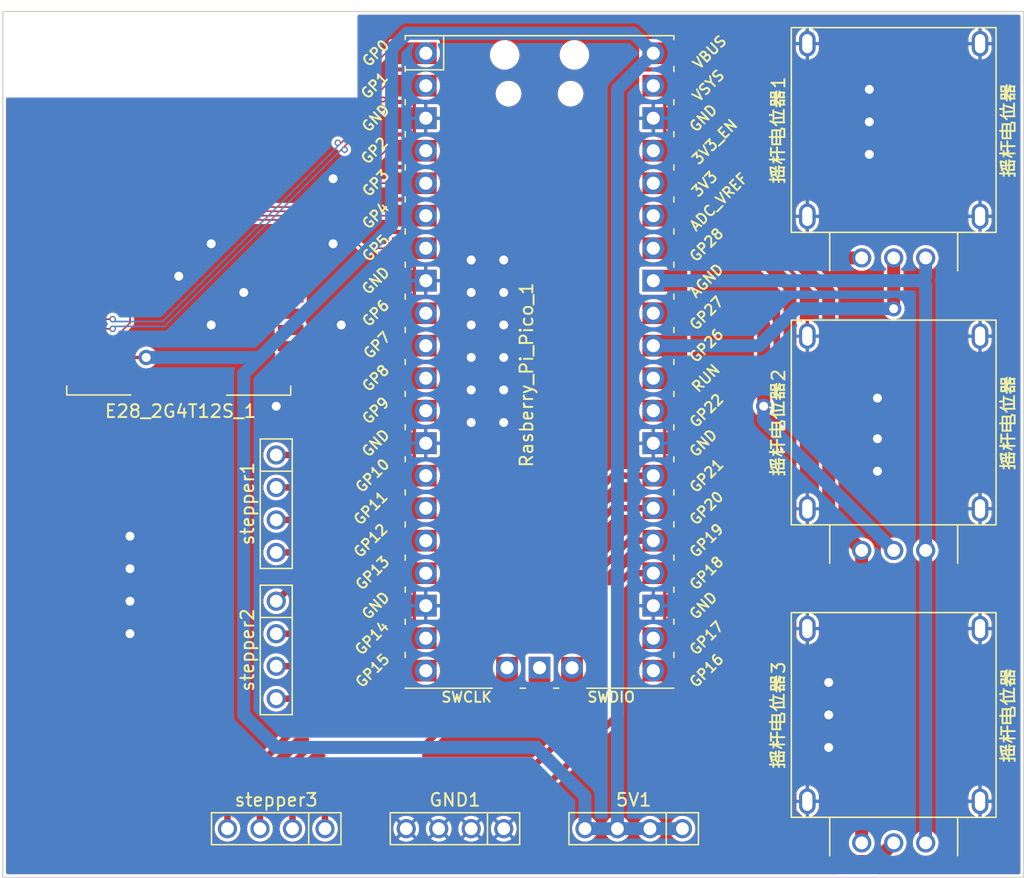
<source format=kicad_pcb>
(kicad_pcb (version 20211014) (generator pcbnew)
  (layers (0 "F.Cu" signal) (31 "B.Cu" signal) (34 "B.Paste" user) (35 "F.Paste" user) (36 "B.SilkS" user "B.Silkscreen") (37 "F.SilkS" user "F.Silkscreen") (38 "B.Mask" user) (39 "F.Mask" user) (44 "Edge.Cuts" user))
  (net 0 "")
  (net 1 "+5V")
  (net 2 "GND")
  (net 4 "/M0")
  (net 5 "/M1")
  (net 6 "/M2")
  (net 7 "/UART+")
  (net 8 "/UART-")
  (net 9 "/AUX")
  (net 18 "/s1_1")
  (net 19 "/s1_2")
  (net 20 "/s1_3")
  (net 21 "/s1_4")
  (net 22 "/s2_1")
  (net 23 "/s2_2")
  (net 24 "/s2_3")
  (net 25 "/s2_4")
  (net 30 "/s3_1")
  (net 31 "/s3_2")
  (net 32 "/s3_3")
  (net 33 "/s3_4")
  (net 36 "/ADC1")
  (net 37 "/ADC2")
  (net 38 "/AGND")
  (net 39 "/ADC3")
  (net 40 "/ADC_VREF")
  (footprint "E28:E28_2G4T12S" (layer "F.Cu") (at 92.85 85.48 90)
    (fp_text reference "E28_2G4T12S_1" (at -13.97 8.89) (layer "F.SilkS"))
    (fp_text value "E28_2G4T12S")
    (fp_line (start -12.7 5) (end -12.7 0) (layer "F.SilkS") (width 0.12))
    (fp_line (start -12.68 17.5) (end -12 17.5) (layer "F.SilkS") (width 0.12))
    (fp_line (start -12.714438 17.5) (end -12.714438 12.5) (layer "F.SilkS") (width 0.12))
    (fp_line (start -12.68 0) (end -12 0) (layer "F.SilkS") (width 0.12))
    (pad "1" smd rect (at 0 0 90) (size 0.8 2) (layers "F.Cu" "F.Paste" "F.Mask") (net 2 "GND"))
    (pad "2" smd rect (at -1.27 0 90) (size 0.8 2) (layers "F.Cu" "F.Paste" "F.Mask"))
    (pad "3" smd rect (at -2.54 0 90) (size 0.8 2) (layers "F.Cu" "F.Paste" "F.Mask") (net 4 "/M0"))
    (pad "4" smd rect (at -3.81 0 90) (size 0.8 2) (layers "F.Cu" "F.Paste" "F.Mask") (net 5 "/M1"))
    (pad "5" smd rect (at -5.08 0 90) (size 0.8 2) (layers "F.Cu" "F.Paste" "F.Mask") (net 6 "/M2"))
    (pad "6" smd rect (at -6.35 0 90) (size 0.8 2) (layers "F.Cu" "F.Paste" "F.Mask") (net 7 "/UART+"))
    (pad "7" smd rect (at -7.62 0 90) (size 0.8 2) (layers "F.Cu" "F.Paste" "F.Mask") (net 8 "/UART-"))
    (pad "8" smd rect (at -8.89 0 90) (size 0.8 2) (layers "F.Cu" "F.Paste" "F.Mask") (net 9 "/AUX"))
    (pad "9" smd rect (at -10.16 0 90) (size 0.8 2) (layers "F.Cu" "F.Paste" "F.Mask") (net 1 "+5V"))
    (pad "10" smd rect (at -11.43 0 90) (size 0.8 2) (layers "F.Cu" "F.Paste" "F.Mask") (net 2 "GND"))
    (pad "11" smd rect (at -11.43 17.5 90) (size 0.8 2) (layers "F.Cu" "F.Paste" "F.Mask") (net 2 "GND"))
    (pad "12" smd rect (at -10.16 17.5 90) (size 0.8 2) (layers "F.Cu" "F.Paste" "F.Mask"))
    (pad "13" smd rect (at -8.89 17.5 90) (size 0.8 2) (layers "F.Cu" "F.Paste" "F.Mask"))
    (pad "14" smd rect (at -7.62 17.5 90) (size 0.8 2) (layers "F.Cu" "F.Paste" "F.Mask"))
    (pad "15" smd rect (at -6.35 17.5 90) (size 0.8 2) (layers "F.Cu" "F.Paste" "F.Mask"))
    (pad "16" smd rect (at -5.08 17.5 90) (size 0.8 2) (layers "F.Cu" "F.Paste" "F.Mask"))
    (pad "17" smd rect (at -3.81 17.5 90) (size 0.8 2) (layers "F.Cu" "F.Paste" "F.Mask"))
    (pad "18" smd rect (at -2.54 17.5 90) (size 0.8 2) (layers "F.Cu" "F.Paste" "F.Mask"))
    (pad "19" smd rect (at -1.27 17.5 90) (size 0.8 2) (layers "F.Cu" "F.Paste" "F.Mask"))
    (pad "20" smd rect (at 0 17.5 90) (size 0.8 2) (layers "F.Cu" "F.Paste" "F.Mask") (net 2 "GND"))
  )
  (footprint "跳线:SIP-4" (layer "F.Cu") (at 137.16 132.08 180)
    (fp_text reference "5V1" (at 0 2.25) (layer "F.SilkS"))
    (fp_text value "jump_pin4")
    (fp_line (start -2.54 -1.25) (end -2.54 1.25) (layer "F.SilkS") (width 0.12))
    (fp_line (start -5.06 -1.25) (end 5.06 -1.25) (layer "F.SilkS") (width 0.12))
    (fp_line (start 5.06 1.25) (end -5.06 1.25) (layer "F.SilkS") (width 0.12))
    (fp_line (start 5.06 -1.25) (end 5.06 1.25) (layer "F.SilkS") (width 0.12))
    (fp_line (start -5.06 1.25) (end -5.06 -1.25) (layer "F.SilkS") (width 0.12))
    (pad "1" thru_hole circle (at -3.81 0 180) (size 1.5 1.5) (drill 1) (layers *.Cu *.Mask) (net 1 "+5V"))
    (pad "2" thru_hole circle (at -1.27 0 180) (size 1.5 1.5) (drill 1) (layers *.Cu *.Mask) (net 1 "+5V"))
    (pad "3" thru_hole circle (at 1.27 0 180) (size 1.5 1.5) (drill 1) (layers *.Cu *.Mask) (net 1 "+5V"))
    (pad "4" thru_hole circle (at 3.81 0 180) (size 1.5 1.5) (drill 1) (layers *.Cu *.Mask) (net 1 "+5V"))
  )
  (footprint "跳线:SIP-4" (layer "F.Cu") (at 109.22 118.11 -90)
    (fp_text reference "stepper2" (at 0 2.25 90) (layer "F.SilkS"))
    (fp_text value "jump_pin4")
    (fp_line (start -2.54 -1.25) (end -2.54 1.25) (layer "F.SilkS") (width 0.12))
    (fp_line (start 5.06 -1.25) (end 5.06 1.25) (layer "F.SilkS") (width 0.12))
    (fp_line (start 5.06 1.25) (end -5.06 1.25) (layer "F.SilkS") (width 0.12))
    (fp_line (start -5.06 1.25) (end -5.06 -1.25) (layer "F.SilkS") (width 0.12))
    (fp_line (start -5.06 -1.25) (end 5.06 -1.25) (layer "F.SilkS") (width 0.12))
    (pad "1" thru_hole circle (at -3.81 0 270) (size 1.5 1.5) (drill 1) (layers *.Cu *.Mask) (net 22 "/s2_1"))
    (pad "2" thru_hole circle (at -1.27 0 270) (size 1.5 1.5) (drill 1) (layers *.Cu *.Mask) (net 23 "/s2_2"))
    (pad "3" thru_hole circle (at 1.27 0 270) (size 1.5 1.5) (drill 1) (layers *.Cu *.Mask) (net 24 "/s2_3"))
    (pad "4" thru_hole circle (at 3.81 0 270) (size 1.5 1.5) (drill 1) (layers *.Cu *.Mask) (net 25 "/s2_4"))
  )
  (footprint "PICO:RPi_Pico_SMD_TH" (layer "F.Cu") (at 129.8 95.6)
    (fp_text reference "Rasberry_Pi_Pico_1" (at -1.016 1.016 90) (layer "F.SilkS"))
    (fp_text value "Pico")
    (fp_text user "3V3_EN" (at 13.7 -17.2 45) (layer "F.SilkS") (effects (font (size 0.8 0.8))))
    (fp_text user "GP3" (at -12.8 -13.97 45) (layer "F.SilkS") (effects (font (size 0.8 0.8))))
    (fp_text user "GP13" (at -13.054 16.51 45) (layer "F.SilkS") (effects (font (size 0.8 0.8))))
    (fp_text user "GP12" (at -13.2 13.97 45) (layer "F.SilkS") (effects (font (size 0.8 0.8))))
    (fp_text user "ADC_VREF" (at 14 -12.5 45) (layer "F.SilkS") (effects (font (size 0.8 0.8))))
    (fp_text user "GND" (at -12.8 19.05 45) (layer "F.SilkS") (effects (font (size 0.8 0.8))))
    (fp_text user "GP18" (at 13.054 16.51 45) (layer "F.SilkS") (effects (font (size 0.8 0.8))))
    (fp_text user "GND" (at 12.8 6.35 45) (layer "F.SilkS") (effects (font (size 0.8 0.8))))
    (fp_text user "SWDIO" (at 5.6 26.2) (layer "F.SilkS") (effects (font (size 0.8 0.8))))
    (fp_text user "SWCLK" (at -5.7 26.2) (layer "F.SilkS") (effects (font (size 0.8 0.8))))
    (fp_text user "GP8" (at -12.8 1.27 45) (layer "F.SilkS") (effects (font (size 0.8 0.8))))
    (fp_text user "GND" (at 12.8 19.05 45) (layer "F.SilkS") (effects (font (size 0.8 0.8))))
    (fp_text user "GND" (at -12.8 -19.05 45) (layer "F.SilkS") (effects (font (size 0.8 0.8))))
    (fp_text user "GND" (at -12.8 6.35 45) (layer "F.SilkS") (effects (font (size 0.8 0.8))))
    (fp_text user "GP21" (at 13.054 8.9 45) (layer "F.SilkS") (effects (font (size 0.8 0.8))))
    (fp_text user "GP27" (at 13.054 -3.8 45) (layer "F.SilkS") (effects (font (size 0.8 0.8))))
    (fp_text user "GP17" (at 13.054 21.59 45) (layer "F.SilkS") (effects (font (size 0.8 0.8))))
    (fp_text user "GP0" (at -12.8 -24.13 45) (layer "F.SilkS") (effects (font (size 0.8 0.8))))
    (fp_text user "GP15" (at -13.054 24.13 45) (layer "F.SilkS") (effects (font (size 0.8 0.8))))
    (fp_text user "GND" (at -12.8 -6.35 45) (layer "F.SilkS") (effects (font (size 0.8 0.8))))
    (fp_text user "GP22" (at 13.054 3.81 45) (layer "F.SilkS") (effects (font (size 0.8 0.8))))
    (fp_text user "AGND" (at 13.054 -6.35 45) (layer "F.SilkS") (effects (font (size 0.8 0.8))))
    (fp_text user "VSYS" (at 13.2 -21.59 45) (layer "F.SilkS") (effects (font (size 0.8 0.8))))
    (fp_text user "GND" (at 12.8 -19.05 45) (layer "F.SilkS") (effects (font (size 0.8 0.8))))
    (fp_text user "GP7" (at -12.7 -1.3 45) (layer "F.SilkS") (effects (font (size 0.8 0.8))))
    (fp_text user "GP2" (at -12.9 -16.51 45) (layer "F.SilkS") (effects (font (size 0.8 0.8))))
    (fp_text user "GP19" (at 13.054 13.97 45) (layer "F.SilkS") (effects (font (size 0.8 0.8))))
    (fp_text user "3V3" (at 12.9 -13.9 45) (layer "F.SilkS") (effects (font (size 0.8 0.8))))
    (fp_text user "GP1" (at -12.9 -21.6 45) (layer "F.SilkS") (effects (font (size 0.8 0.8))))
    (fp_text user "GP10" (at -13.054 8.89 45) (layer "F.SilkS") (effects (font (size 0.8 0.8))))
    (fp_text user "GP4" (at -12.8 -11.43 45) (layer "F.SilkS") (effects (font (size 0.8 0.8))))
    (fp_text user "GP9" (at -12.8 3.81 45) (layer "F.SilkS") (effects (font (size 0.8 0.8))))
    (fp_text user "GP26" (at 13.054 -1.27 45) (layer "F.SilkS") (effects (font (size 0.8 0.8))))
    (fp_text user "RUN" (at 13 1.27 45) (layer "F.SilkS") (effects (font (size 0.8 0.8))))
    (fp_text user "GP14" (at -13.1 21.59 45) (layer "F.SilkS") (effects (font (size 0.8 0.8))))
    (fp_text user "VBUS" (at 13.3 -24.2 45) (layer "F.SilkS") (effects (font (size 0.8 0.8))))
    (fp_text user "GP16" (at 13.054 24.13 45) (layer "F.SilkS") (effects (font (size 0.8 0.8))))
    (fp_text user "GP5" (at -12.8 -8.89 45) (layer "F.SilkS") (effects (font (size 0.8 0.8))))
    (fp_text user "GP11" (at -13.2 11.43 45) (layer "F.SilkS") (effects (font (size 0.8 0.8))))
    (fp_text user "GP28" (at 13.054 -9.144 45) (layer "F.SilkS") (effects (font (size 0.8 0.8))))
    (fp_text user "GP6" (at -12.8 -3.81 45) (layer "F.SilkS") (effects (font (size 0.8 0.8))))
    (fp_text user "GP20" (at 13.054 11.43 45) (layer "F.SilkS") (effects (font (size 0.8 0.8))))
    (fp_line (start 10.5 -25.5) (end 10.5 -25.2) (layer "F.SilkS") (width 0.12))
    (fp_line (start -7.493 -22.833) (end -7.493 -25.5) (layer "F.SilkS") (width 0.12))
    (fp_line (start 10.5 -15.4) (end 10.5 -15) (layer "F.SilkS") (width 0.12))
    (fp_line (start 10.5 22.7) (end 10.5 23.1) (layer "F.SilkS") (width 0.12))
    (fp_line (start 10.5 17.6) (end 10.5 18) (layer "F.SilkS") (width 0.12))
    (fp_line (start 10.5 12.5) (end 10.5 12.9) (layer "F.SilkS") (width 0.12))
    (fp_line (start 10.5 -2.7) (end 10.5 -2.3) (layer "F.SilkS") (width 0.12))
    (fp_line (start -10.5 7.4) (end -10.5 7.8) (layer "F.SilkS") (width 0.12))
    (fp_line (start 10.5 -20.5) (end 10.5 -20.1) (layer "F.SilkS") (width 0.12))
    (fp_line (start -10.5 4.9) (end -10.5 5.3) (layer "F.SilkS") (width 0.12))
    (fp_line (start -10.5 2.3) (end -10.5 2.7) (layer "F.SilkS") (width 0.12))
    (fp_line (start 10.5 -7.8) (end 10.5 -7.4) (layer "F.SilkS") (width 0.12))
    (fp_line (start -10.5 12.5) (end -10.5 12.9) (layer "F.SilkS") (width 0.12))
    (fp_line (start -10.5 10) (end -10.5 10.4) (layer "F.SilkS") (width 0.12))
    (fp_line (start -10.5 15.1) (end -10.5 15.5) (layer "F.SilkS") (width 0.12))
    (fp_line (start -10.5 -2.7) (end -10.5 -2.3) (layer "F.SilkS") (width 0.12))
    (fp_line (start -10.5 -20.5) (end -10.5 -20.1) (layer "F.SilkS") (width 0.12))
    (fp_line (start -10.5 -12.9) (end -10.5 -12.5) (layer "F.SilkS") (width 0.12))
    (fp_line (start -10.5 -23.1) (end -10.5 -22.7) (layer "F.SilkS") (width 0.12))
    (fp_line (start -10.5 -25.5) (end -10.5 -25.2) (layer "F.SilkS") (width 0.12))
    (fp_line (start 10.5 -10.4) (end 10.5 -10) (layer "F.SilkS") (width 0.12))
    (fp_line (start -3.7 25.5) (end -10.5 25.5) (layer "F.SilkS") (width 0.12))
    (fp_line (start -10.5 -5.3) (end -10.5 -4.9) (layer "F.SilkS") (width 0.12))
    (fp_line (start 10.5 -18) (end 10.5 -17.6) (layer "F.SilkS") (width 0.12))
    (fp_line (start -10.5 -10.4) (end -10.5 -10) (layer "F.SilkS") (width 0.12))
    (fp_line (start 10.5 -0.2) (end 10.5 0.2) (layer "F.SilkS") (width 0.12))
    (fp_line (start 10.5 4.9) (end 10.5 5.3) (layer "F.SilkS") (width 0.12))
    (fp_line (start -10.5 -0.2) (end -10.5 0.2) (layer "F.SilkS") (width 0.12))
    (fp_line (start 10.5 15.1) (end 10.5 15.5) (layer "F.SilkS") (width 0.12))
    (fp_line (start 1.1 25.5) (end 1.5 25.5) (layer "F.SilkS") (width 0.12))
    (fp_line (start -10.5 20.1) (end -10.5 20.5) (layer "F.SilkS") (width 0.12))
    (fp_line (start 10.5 -23.1) (end 10.5 -22.7) (layer "F.SilkS") (width 0.12))
    (fp_line (start 10.5 -5.3) (end 10.5 -4.9) (layer "F.SilkS") (width 0.12))
    (fp_line (start -10.5 -25.5) (end 10.5 -25.5) (layer "F.SilkS") (width 0.12))
    (fp_line (start -10.5 22.7) (end -10.5 23.1) (layer "F.SilkS") (width 0.12))
    (fp_line (start -1.5 25.5) (end -1.1 25.5) (layer "F.SilkS") (width 0.12))
    (fp_line (start -10.5 -7.8) (end -10.5 -7.4) (layer "F.SilkS") (width 0.12))
    (fp_line (start 10.5 7.4) (end 10.5 7.8) (layer "F.SilkS") (width 0.12))
    (fp_line (start 10.5 -12.9) (end 10.5 -12.5) (layer "F.SilkS") (width 0.12))
    (fp_line (start -10.5 -15.4) (end -10.5 -15) (layer "F.SilkS") (width 0.12))
    (fp_line (start -10.5 -22.833) (end -7.493 -22.833) (layer "F.SilkS") (width 0.12))
    (fp_line (start 10.5 2.3) (end 10.5 2.7) (layer "F.SilkS") (width 0.12))
    (fp_line (start -10.5 -18) (end -10.5 -17.6) (layer "F.SilkS") (width 0.12))
    (fp_line (start 10.5 20.1) (end 10.5 20.5) (layer "F.SilkS") (width 0.12))
    (fp_line (start 10.5 25.5) (end 3.7 25.5) (layer "F.SilkS") (width 0.12))
    (fp_line (start -10.5 17.6) (end -10.5 18) (layer "F.SilkS") (width 0.12))
    (fp_line (start 10.5 10) (end 10.5 10.4) (layer "F.SilkS") (width 0.12))
    (pad "" np_thru_hole oval (at -2.425 -20.97) (size 1.5 1.5) (drill 1.5) (layers *.Cu *.Mask))
    (pad "" np_thru_hole oval (at -2.725 -24) (size 1.8 1.8) (drill 1.8) (layers *.Cu *.Mask))
    (pad "" np_thru_hole oval (at 2.725 -24) (size 1.8 1.8) (drill 1.8) (layers *.Cu *.Mask))
    (pad "" np_thru_hole oval (at 2.425 -20.97) (size 1.5 1.5) (drill 1.5) (layers *.Cu *.Mask))
    (pad "1" thru_hole oval (at -8.89 -24.13) (size 1.7 1.7) (drill 1.02) (layers *.Cu *.Mask) (net 7 "/UART+"))
    (pad "1" smd rect (at -8.89 -24.13) (size 3.5 1.7) (drill (offset -0.9 0)) (layers "F.Cu" "F.Mask") (net 7 "/UART+"))
    (pad "2" thru_hole oval (at -8.89 -21.59) (size 1.7 1.7) (drill 1.02) (layers *.Cu *.Mask) (net 8 "/UART-"))
    (pad "2" smd rect (at -8.89 -21.59) (size 3.5 1.7) (drill (offset -0.9 0)) (layers "F.Cu" "F.Mask") (net 8 "/UART-"))
    (pad "3" smd rect (at -8.89 -19.05) (size 3.5 1.7) (drill (offset -0.9 0)) (layers "F.Cu" "F.Mask") (net 2 "GND"))
    (pad "3" thru_hole rect (at -8.89 -19.05) (size 1.7 1.7) (drill 1.02) (layers *.Cu *.Mask) (net 2 "GND"))
    (pad "4" thru_hole oval (at -8.89 -16.51) (size 1.7 1.7) (drill 1.02) (layers *.Cu *.Mask) (net 4 "/M0"))
    (pad "4" smd rect (at -8.89 -16.51) (size 3.5 1.7) (drill (offset -0.9 0)) (layers "F.Cu" "F.Mask") (net 4 "/M0"))
    (pad "5" smd rect (at -8.89 -13.97) (size 3.5 1.7) (drill (offset -0.9 0)) (layers "F.Cu" "F.Mask") (net 5 "/M1"))
    (pad "5" thru_hole oval (at -8.89 -13.97) (size 1.7 1.7) (drill 1.02) (layers *.Cu *.Mask) (net 5 "/M1"))
    (pad "6" thru_hole oval (at -8.89 -11.43) (size 1.7 1.7) (drill 1.02) (layers *.Cu *.Mask) (net 6 "/M2"))
    (pad "6" smd rect (at -8.89 -11.43) (size 3.5 1.7) (drill (offset -0.9 0)) (layers "F.Cu" "F.Mask") (net 6 "/M2"))
    (pad "7" smd rect (at -8.89 -8.89) (size 3.5 1.7) (drill (offset -0.9 0)) (layers "F.Cu" "F.Mask") (net 9 "/AUX"))
    (pad "7" thru_hole oval (at -8.89 -8.89) (size 1.7 1.7) (drill 1.02) (layers *.Cu *.Mask) (net 9 "/AUX"))
    (pad "8" thru_hole rect (at -8.89 -6.35) (size 1.7 1.7) (drill 1.02) (layers *.Cu *.Mask) (net 2 "GND"))
    (pad "8" smd rect (at -8.89 -6.35) (size 3.5 1.7) (drill (offset -0.9 0)) (layers "F.Cu" "F.Mask") (net 2 "GND"))
    (pad "9" thru_hole oval (at -8.89 -3.81) (size 1.7 1.7) (drill 1.02) (layers *.Cu *.Mask) (net 18 "/s1_1"))
    (pad "9" smd rect (at -8.89 -3.81) (size 3.5 1.7) (drill (offset -0.9 0)) (layers "F.Cu" "F.Mask") (net 18 "/s1_1"))
    (pad "10" smd rect (at -8.89 -1.27) (size 3.5 1.7) (drill (offset -0.9 0)) (layers "F.Cu" "F.Mask") (net 19 "/s1_2"))
    (pad "10" thru_hole oval (at -8.89 -1.27) (size 1.7 1.7) (drill 1.02) (layers *.Cu *.Mask) (net 19 "/s1_2"))
    (pad "11" thru_hole oval (at -8.89 1.27) (size 1.7 1.7) (drill 1.02) (layers *.Cu *.Mask) (net 20 "/s1_3"))
    (pad "11" smd rect (at -8.89 1.27) (size 3.5 1.7) (drill (offset -0.9 0)) (layers "F.Cu" "F.Mask") (net 20 "/s1_3"))
    (pad "12" thru_hole oval (at -8.89 3.81) (size 1.7 1.7) (drill 1.02) (layers *.Cu *.Mask) (net 21 "/s1_4"))
    (pad "12" smd rect (at -8.89 3.81) (size 3.5 1.7) (drill (offset -0.9 0)) (layers "F.Cu" "F.Mask") (net 21 "/s1_4"))
    (pad "13" smd rect (at -8.89 6.35) (size 3.5 1.7) (drill (offset -0.9 0)) (layers "F.Cu" "F.Mask") (net 2 "GND"))
    (pad "13" thru_hole rect (at -8.89 6.35) (size 1.7 1.7) (drill 1.02) (layers *.Cu *.Mask) (net 2 "GND"))
    (pad "14" thru_hole oval (at -8.89 8.89) (size 1.7 1.7) (drill 1.02) (layers *.Cu *.Mask) (net 22 "/s2_1"))
    (pad "14" smd rect (at -8.89 8.89) (size 3.5 1.7) (drill (offset -0.9 0)) (layers "F.Cu" "F.Mask") (net 22 "/s2_1"))
    (pad "15" thru_hole oval (at -8.89 11.43) (size 1.7 1.7) (drill 1.02) (layers *.Cu *.Mask) (net 23 "/s2_2"))
    (pad "15" smd rect (at -8.89 11.43) (size 3.5 1.7) (drill (offset -0.9 0)) (layers "F.Cu" "F.Mask") (net 23 "/s2_2"))
    (pad "16" smd rect (at -8.89 13.97) (size 3.5 1.7) (drill (offset -0.9 0)) (layers "F.Cu" "F.Mask") (net 24 "/s2_3"))
    (pad "16" thru_hole oval (at -8.89 13.97) (size 1.7 1.7) (drill 1.02) (layers *.Cu *.Mask) (net 24 "/s2_3"))
    (pad "17" smd rect (at -8.89 16.51) (size 3.5 1.7) (drill (offset -0.9 0)) (layers "F.Cu" "F.Mask") (net 25 "/s2_4"))
    (pad "17" thru_hole oval (at -8.89 16.51) (size 1.7 1.7) (drill 1.02) (layers *.Cu *.Mask) (net 25 "/s2_4"))
    (pad "18" smd rect (at -8.89 19.05) (size 3.5 1.7) (drill (offset -0.9 0)) (layers "F.Cu" "F.Mask") (net 2 "GND"))
    (pad "18" thru_hole rect (at -8.89 19.05) (size 1.7 1.7) (drill 1.02) (layers *.Cu *.Mask) (net 2 "GND"))
    (pad "19" smd rect (at -8.89 21.59) (size 3.5 1.7) (drill (offset -0.9 0)) (layers "F.Cu" "F.Mask"))
    (pad "19" thru_hole oval (at -8.89 21.59) (size 1.7 1.7) (drill 1.02) (layers *.Cu *.Mask))
    (pad "20" smd rect (at -8.89 24.13) (size 3.5 1.7) (drill (offset -0.9 0)) (layers "F.Cu" "F.Mask"))
    (pad "20" thru_hole oval (at -8.89 24.13) (size 1.7 1.7) (drill 1.02) (layers *.Cu *.Mask))
    (pad "21" smd rect (at 8.89 24.13) (size 3.5 1.7) (drill (offset 0.9 0)) (layers "F.Cu" "F.Mask"))
    (pad "21" thru_hole oval (at 8.89 24.13) (size 1.7 1.7) (drill 1.02) (layers *.Cu *.Mask))
    (pad "22" smd rect (at 8.89 21.59) (size 3.5 1.7) (drill (offset 0.9 0)) (layers "F.Cu" "F.Mask"))
    (pad "22" thru_hole oval (at 8.89 21.59) (size 1.7 1.7) (drill 1.02) (layers *.Cu *.Mask))
    (pad "23" smd rect (at 8.89 19.05) (size 3.5 1.7) (drill (offset 0.9 0)) (layers "F.Cu" "F.Mask") (net 2 "GND"))
    (pad "23" thru_hole rect (at 8.89 19.05) (size 1.7 1.7) (drill 1.02) (layers *.Cu *.Mask) (net 2 "GND"))
    (pad "24" smd rect (at 8.89 16.51) (size 3.5 1.7) (drill (offset 0.9 0)) (layers "F.Cu" "F.Mask") (net 30 "/s3_1"))
    (pad "24" thru_hole oval (at 8.89 16.51) (size 1.7 1.7) (drill 1.02) (layers *.Cu *.Mask) (net 30 "/s3_1"))
    (pad "25" smd rect (at 8.89 13.97) (size 3.5 1.7) (drill (offset 0.9 0)) (layers "F.Cu" "F.Mask") (net 31 "/s3_2"))
    (pad "25" thru_hole oval (at 8.89 13.97) (size 1.7 1.7) (drill 1.02) (layers *.Cu *.Mask) (net 31 "/s3_2"))
    (pad "26" smd rect (at 8.89 11.43) (size 3.5 1.7) (drill (offset 0.9 0)) (layers "F.Cu" "F.Mask") (net 32 "/s3_3"))
    (pad "26" thru_hole oval (at 8.89 11.43) (size 1.7 1.7) (drill 1.02) (layers *.Cu *.Mask) (net 32 "/s3_3"))
    (pad "27" smd rect (at 8.89 8.89) (size 3.5 1.7) (drill (offset 0.9 0)) (layers "F.Cu" "F.Mask") (net 33 "/s3_4"))
    (pad "27" thru_hole oval (at 8.89 8.89) (size 1.7 1.7) (drill 1.02) (layers *.Cu *.Mask) (net 33 "/s3_4"))
    (pad "28" smd rect (at 8.89 6.35) (size 3.5 1.7) (drill (offset 0.9 0)) (layers "F.Cu" "F.Mask") (net 2 "GND"))
    (pad "28" thru_hole rect (at 8.89 6.35) (size 1.7 1.7) (drill 1.02) (layers *.Cu *.Mask) (net 2 "GND"))
    (pad "29" smd rect (at 8.89 3.81) (size 3.5 1.7) (drill (offset 0.9 0)) (layers "F.Cu" "F.Mask"))
    (pad "29" thru_hole oval (at 8.89 3.81) (size 1.7 1.7) (drill 1.02) (layers *.Cu *.Mask))
    (pad "30" smd rect (at 8.89 1.27) (size 3.5 1.7) (drill (offset 0.9 0)) (layers "F.Cu" "F.Mask"))
    (pad "30" thru_hole oval (at 8.89 1.27) (size 1.7 1.7) (drill 1.02) (layers *.Cu *.Mask))
    (pad "31" smd rect (at 8.89 -1.27) (size 3.5 1.7) (drill (offset 0.9 0)) (layers "F.Cu" "F.Mask") (net 36 "/ADC1"))
    (pad "31" thru_hole oval (at 8.89 -1.27) (size 1.7 1.7) (drill 1.02) (layers *.Cu *.Mask) (net 36 "/ADC1"))
    (pad "32" smd rect (at 8.89 -3.81) (size 3.5 1.7) (drill (offset 0.9 0)) (layers "F.Cu" "F.Mask") (net 37 "/ADC2"))
    (pad "32" thru_hole oval (at 8.89 -3.81) (size 1.7 1.7) (drill 1.02) (layers *.Cu *.Mask) (net 37 "/ADC2"))
    (pad "33" thru_hole rect (at 8.89 -6.35) (size 1.7 1.7) (drill 1.02) (layers *.Cu *.Mask) (net 38 "/AGND"))
    (pad "33" smd rect (at 8.89 -6.35) (size 3.5 1.7) (drill (offset 0.9 0)) (layers "F.Cu" "F.Mask") (net 38 "/AGND"))
    (pad "34" smd rect (at 8.89 -8.89) (size 3.5 1.7) (drill (offset 0.9 0)) (layers "F.Cu" "F.Mask") (net 39 "/ADC3"))
    (pad "34" thru_hole oval (at 8.89 -8.89) (size 1.7 1.7) (drill 1.02) (layers *.Cu *.Mask) (net 39 "/ADC3"))
    (pad "35" smd rect (at 8.89 -11.43) (size 3.5 1.7) (drill (offset 0.9 0)) (layers "F.Cu" "F.Mask") (net 40 "/ADC_VREF"))
    (pad "35" thru_hole oval (at 8.89 -11.43) (size 1.7 1.7) (drill 1.02) (layers *.Cu *.Mask) (net 40 "/ADC_VREF"))
    (pad "36" smd rect (at 8.89 -13.97) (size 3.5 1.7) (drill (offset 0.9 0)) (layers "F.Cu" "F.Mask"))
    (pad "36" thru_hole oval (at 8.89 -13.97) (size 1.7 1.7) (drill 1.02) (layers *.Cu *.Mask))
    (pad "37" smd rect (at 8.89 -16.51) (size 3.5 1.7) (drill (offset 0.9 0)) (layers "F.Cu" "F.Mask"))
    (pad "37" thru_hole oval (at 8.89 -16.51) (size 1.7 1.7) (drill 1.02) (layers *.Cu *.Mask))
    (pad "38" smd rect (at 8.89 -19.05) (size 3.5 1.7) (drill (offset 0.9 0)) (layers "F.Cu" "F.Mask") (net 2 "GND"))
    (pad "38" thru_hole rect (at 8.89 -19.05) (size 1.7 1.7) (drill 1.02) (layers *.Cu *.Mask) (net 2 "GND"))
    (pad "39" thru_hole oval (at 8.89 -21.59) (size 1.7 1.7) (drill 1.02) (layers *.Cu *.Mask))
    (pad "39" smd rect (at 8.89 -21.59) (size 3.5 1.7) (drill (offset 0.9 0)) (layers "F.Cu" "F.Mask"))
    (pad "40" thru_hole oval (at 8.89 -24.13) (size 1.7 1.7) (drill 1.02) (layers *.Cu *.Mask) (net 1 "+5V"))
    (pad "40" smd rect (at 8.89 -24.13) (size 3.5 1.7) (drill (offset 0.9 0)) (layers "F.Cu" "F.Mask") (net 1 "+5V"))
    (pad "41" thru_hole oval (at -2.54 23.9) (size 1.7 1.7) (drill 1.02) (layers *.Cu *.Mask))
    (pad "41" smd rect (at -2.54 23.9 90) (size 3.5 1.7) (drill (offset -0.9 0)) (layers "F.Cu" "F.Mask"))
    (pad "42" thru_hole rect (at 0 23.9) (size 1.7 1.7) (drill 1.02) (layers *.Cu *.Mask))
    (pad "42" smd rect (at 0 23.9 90) (size 3.5 1.7) (drill (offset -0.9 0)) (layers "F.Cu" "F.Mask"))
    (pad "43" thru_hole oval (at 2.54 23.9) (size 1.7 1.7) (drill 1.02) (layers *.Cu *.Mask))
    (pad "43" smd rect (at 2.54 23.9 90) (size 3.5 1.7) (drill (offset -0.9 0)) (layers "F.Cu" "F.Mask"))
  )
  (footprint "跳线:SIP-4" (layer "F.Cu") (at 109.22 132.08 180)
    (fp_text reference "stepper3" (at 0 2.25) (layer "F.SilkS"))
    (fp_text value "jump_pin4")
    (fp_line (start 5.06 -1.25) (end 5.06 1.25) (layer "F.SilkS") (width 0.12))
    (fp_line (start -2.54 -1.25) (end -2.54 1.25) (layer "F.SilkS") (width 0.12))
    (fp_line (start -5.06 1.25) (end -5.06 -1.25) (layer "F.SilkS") (width 0.12))
    (fp_line (start -5.06 -1.25) (end 5.06 -1.25) (layer "F.SilkS") (width 0.12))
    (fp_line (start 5.06 1.25) (end -5.06 1.25) (layer "F.SilkS") (width 0.12))
    (pad "1" thru_hole circle (at -3.81 0 180) (size 1.5 1.5) (drill 1) (layers *.Cu *.Mask) (net 30 "/s3_1"))
    (pad "2" thru_hole circle (at -1.27 0 180) (size 1.5 1.5) (drill 1) (layers *.Cu *.Mask) (net 31 "/s3_2"))
    (pad "3" thru_hole circle (at 1.27 0 180) (size 1.5 1.5) (drill 1) (layers *.Cu *.Mask) (net 32 "/s3_3"))
    (pad "4" thru_hole circle (at 3.81 0 180) (size 1.5 1.5) (drill 1) (layers *.Cu *.Mask) (net 33 "/s3_4"))
  )
  (footprint "跳线:SIP-4" (layer "F.Cu") (at 123.19 132.08 180)
    (fp_text reference "GND1" (at 0 2.25) (layer "F.SilkS"))
    (fp_text value "jump_pin4")
    (fp_line (start 5.06 1.25) (end -5.06 1.25) (layer "F.SilkS") (width 0.12))
    (fp_line (start -5.06 -1.25) (end 5.06 -1.25) (layer "F.SilkS") (width 0.12))
    (fp_line (start 5.06 -1.25) (end 5.06 1.25) (layer "F.SilkS") (width 0.12))
    (fp_line (start -2.54 -1.25) (end -2.54 1.25) (layer "F.SilkS") (width 0.12))
    (fp_line (start -5.06 1.25) (end -5.06 -1.25) (layer "F.SilkS") (width 0.12))
    (pad "1" thru_hole circle (at -3.81 0 180) (size 1.5 1.5) (drill 1) (layers *.Cu *.Mask) (net 2 "GND"))
    (pad "2" thru_hole circle (at -1.27 0 180) (size 1.5 1.5) (drill 1) (layers *.Cu *.Mask) (net 2 "GND"))
    (pad "3" thru_hole circle (at 1.27 0 180) (size 1.5 1.5) (drill 1) (layers *.Cu *.Mask) (net 2 "GND"))
    (pad "4" thru_hole circle (at 3.81 0 180) (size 1.5 1.5) (drill 1) (layers *.Cu *.Mask) (net 2 "GND"))
  )
  (footprint "跳线:SIP-4" (layer "F.Cu") (at 109.22 106.68 -90)
    (fp_text reference "stepper1" (at 0 2.25 90) (layer "F.SilkS"))
    (fp_text value "jump_pin4")
    (fp_line (start 5.06 -1.25) (end 5.06 1.25) (layer "F.SilkS") (width 0.12))
    (fp_line (start 5.06 1.25) (end -5.06 1.25) (layer "F.SilkS") (width 0.12))
    (fp_line (start -5.06 1.25) (end -5.06 -1.25) (layer "F.SilkS") (width 0.12))
    (fp_line (start -2.54 -1.25) (end -2.54 1.25) (layer "F.SilkS") (width 0.12))
    (fp_line (start -5.06 -1.25) (end 5.06 -1.25) (layer "F.SilkS") (width 0.12))
    (pad "1" thru_hole circle (at -3.81 0 270) (size 1.5 1.5) (drill 1) (layers *.Cu *.Mask) (net 18 "/s1_1"))
    (pad "2" thru_hole circle (at -1.27 0 270) (size 1.5 1.5) (drill 1) (layers *.Cu *.Mask) (net 19 "/s1_2"))
    (pad "3" thru_hole circle (at 1.27 0 270) (size 1.5 1.5) (drill 1) (layers *.Cu *.Mask) (net 20 "/s1_3"))
    (pad "4" thru_hole circle (at 3.81 0 270) (size 1.5 1.5) (drill 1) (layers *.Cu *.Mask) (net 21 "/s1_4"))
  )
  (footprint "电位器:摇杆电位器" (layer "F.Cu") (at 157.48 100.33 90)
    (fp_text reference "摇杆电位器2" (at 0 -9 90 unlocked) (layer "F.SilkS"))
    (fp_text value "摇杆电位器")
    (fp_text user "摇杆电位器" (at 0 9 90 unlocked) (layer "F.SilkS"))
    (fp_line (start -8 -5) (end -11 -5) (layer "F.SilkS") (width 0.12))
    (fp_line (start -11 5) (end -8 5) (layer "F.SilkS") (width 0.12))
    (fp_rect (start -8 -8) (end 8 8) (layer "F.SilkS") (width 0.12) (fill none))
    (pad "1" thru_hole circle (at -10 -2.5 90) (size 1.5 1.5) (drill 1) (layers *.Cu *.Mask) (net 40 "/ADC_VREF"))
    (pad "2" thru_hole circle (at -10 0 90) (size 1.5 1.5) (drill 1) (layers *.Cu *.Mask) (net 37 "/ADC2"))
    (pad "3" thru_hole circle (at -10 2.5 90) (size 1.5 1.5) (drill 1) (layers *.Cu *.Mask) (net 38 "/AGND"))
    (pad "4" thru_hole oval (at 6.75 -6.75 90) (size 2 1.3) (drill oval 1.5 0.8) (layers *.Cu *.Mask) (net 2 "GND"))
    (pad "4" thru_hole oval (at 6.75 6.75 90) (size 2 1.3) (drill oval 1.5 0.8) (layers *.Cu *.Mask) (net 2 "GND"))
    (pad "4" thru_hole oval (at -6.75 6.75 90) (size 2 1.3) (drill oval 1.5 0.8) (layers *.Cu *.Mask) (net 2 "GND"))
    (pad "4" thru_hole oval (at -6.75 -6.75 90) (size 2 1.3) (drill oval 1.5 0.8) (layers *.Cu *.Mask) (net 2 "GND"))
  )
  (footprint "电位器:摇杆电位器" (layer "F.Cu") (at 157.48 77.47 90)
    (fp_text reference "摇杆电位器1" (at 0 -9 90 unlocked) (layer "F.SilkS"))
    (fp_text value "摇杆电位器")
    (fp_text user "摇杆电位器" (at 0 9 90 unlocked) (layer "F.SilkS"))
    (fp_line (start -11 5) (end -8 5) (layer "F.SilkS") (width 0.12))
    (fp_line (start -8 -5) (end -11 -5) (layer "F.SilkS") (width 0.12))
    (fp_rect (start -8 -8) (end 8 8) (layer "F.SilkS") (width 0.12) (fill none))
    (pad "1" thru_hole circle (at -10 -2.5 90) (size 1.5 1.5) (drill 1) (layers *.Cu *.Mask) (net 40 "/ADC_VREF"))
    (pad "2" thru_hole circle (at -10 0 90) (size 1.5 1.5) (drill 1) (layers *.Cu *.Mask) (net 36 "/ADC1"))
    (pad "3" thru_hole circle (at -10 2.5 90) (size 1.5 1.5) (drill 1) (layers *.Cu *.Mask) (net 38 "/AGND"))
    (pad "4" thru_hole oval (at 6.75 6.75 90) (size 2 1.3) (drill oval 1.5 0.8) (layers *.Cu *.Mask) (net 2 "GND"))
    (pad "4" thru_hole oval (at -6.75 6.75 90) (size 2 1.3) (drill oval 1.5 0.8) (layers *.Cu *.Mask) (net 2 "GND"))
    (pad "4" thru_hole oval (at 6.75 -6.75 90) (size 2 1.3) (drill oval 1.5 0.8) (layers *.Cu *.Mask) (net 2 "GND"))
    (pad "4" thru_hole oval (at -6.75 -6.75 90) (size 2 1.3) (drill oval 1.5 0.8) (layers *.Cu *.Mask) (net 2 "GND"))
  )
  (footprint "电位器:摇杆电位器" (layer "F.Cu") (at 157.48 123.19 90)
    (fp_text reference "摇杆电位器3" (at 0 -9 90 unlocked) (layer "F.SilkS"))
    (fp_text value "摇杆电位器")
    (fp_text user "摇杆电位器" (at 0 9 90 unlocked) (layer "F.SilkS"))
    (fp_line (start -8 -5) (end -11 -5) (layer "F.SilkS") (width 0.12))
    (fp_line (start -11 5) (end -8 5) (layer "F.SilkS") (width 0.12))
    (fp_rect (start -8 -8) (end 8 8) (layer "F.SilkS") (width 0.12) (fill none))
    (pad "1" thru_hole circle (at -10 -2.5 90) (size 1.5 1.5) (drill 1) (layers *.Cu *.Mask) (net 40 "/ADC_VREF"))
    (pad "2" thru_hole circle (at -10 0 90) (size 1.5 1.5) (drill 1) (layers *.Cu *.Mask) (net 39 "/ADC3"))
    (pad "3" thru_hole circle (at -10 2.5 90) (size 1.5 1.5) (drill 1) (layers *.Cu *.Mask) (net 38 "/AGND"))
    (pad "4" thru_hole oval (at 6.75 -6.75 90) (size 2 1.3) (drill oval 1.5 0.8) (layers *.Cu *.Mask) (net 2 "GND"))
    (pad "4" thru_hole oval (at -6.75 -6.75 90) (size 2 1.3) (drill oval 1.5 0.8) (layers *.Cu *.Mask) (net 2 "GND"))
    (pad "4" thru_hole oval (at 6.75 6.75 90) (size 2 1.3) (drill oval 1.5 0.8) (layers *.Cu *.Mask) (net 2 "GND"))
    (pad "4" thru_hole oval (at -6.75 6.75 90) (size 2 1.3) (drill oval 1.5 0.8) (layers *.Cu *.Mask) (net 2 "GND"))
  )
  (gr_rect (start 87.85 68.21) (end 167.64 135.89) (layer "Edge.Cuts") (width 0.1) (fill none))
  (segment (start 99.06 95.25) (end 96.52 95.25) (width 0.256) (layer "F.Cu") (net 1))
  (segment (start 96.13 95.64) (end 92.85 95.64) (width 0.256) (layer "F.Cu") (net 1))
  (segment (start 96.52 95.25) (end 96.13 95.64) (width 0.256) (layer "F.Cu") (net 1))
  (via (at 99.06 95.25) (size 1.2) (drill 0.7) (layers "F.Cu" "B.Cu") (net 1))
  (segment (start 118.234978 84.965022) (end 107.95 95.25) (width 1.016) (layer "B.Cu") (net 1))
  (segment (start 135.89 74.27) (end 138.69 71.47) (width 1.016) (layer "B.Cu") (net 1))
  (segment (start 106.68 123.19) (end 106.68 96.52) (width 1.016) (layer "B.Cu") (net 1))
  (segment (start 106.68 96.52) (end 107.95 95.25) (width 1.016) (layer "B.Cu") (net 1))
  (segment (start 133.35 129.54) (end 129.54 125.73) (width 1.016) (layer "B.Cu") (net 1))
  (segment (start 118.234978 71.12) (end 118.234978 84.965022) (width 1.016) (layer "B.Cu") (net 1))
  (segment (start 119.442489 69.912489) (end 118.234978 71.12) (width 1.016) (layer "B.Cu") (net 1))
  (segment (start 133.35 132.08) (end 133.35 129.54) (width 1.016) (layer "B.Cu") (net 1))
  (segment (start 129.54 125.73) (end 109.22 125.73) (width 1.016) (layer "B.Cu") (net 1))
  (segment (start 135.89 132.08) (end 140.97 132.08) (width 1.016) (layer "B.Cu") (net 1))
  (segment (start 109.22 125.73) (end 106.68 123.19) (width 1.016) (layer "B.Cu") (net 1))
  (segment (start 133.35 132.08) (end 135.89 132.08) (width 1.016) (layer "B.Cu") (net 1))
  (segment (start 107.95 95.25) (end 99.06 95.25) (width 1.016) (layer "B.Cu") (net 1))
  (segment (start 137.132489 69.912489) (end 119.442489 69.912489) (width 1.016) (layer "B.Cu") (net 1))
  (segment (start 135.89 132.08) (end 135.89 74.27) (width 1.016) (layer "B.Cu") (net 1))
  (segment (start 138.69 71.47) (end 137.132489 69.912489) (width 1.016) (layer "B.Cu") (net 1))
  (via (at 156.21 101.6) (size 1.2) (drill 0.7) (layers "F.Cu" "B.Cu") (net 2))
  (via (at 124.46 87.63) (size 1.2) (drill 0.7) (layers "F.Cu" "B.Cu") (net 2))
  (via (at 113.665 81.28) (size 1.2) (drill 0.7) (layers "F.Cu" "B.Cu") (net 2))
  (via (at 97.79 109.22) (size 1.2) (drill 0.7) (layers "F.Cu" "B.Cu") (net 2))
  (via (at 101.6 88.9) (size 1.2) (drill 0.7) (layers "F.Cu" "B.Cu") (net 2))
  (via (at 97.79 114.3) (size 1.2) (drill 0.7) (layers "F.Cu" "B.Cu") (net 2))
  (via (at 97.79 116.84) (size 1.2) (drill 0.7) (layers "F.Cu" "B.Cu") (net 2))
  (via (at 127 95.25) (size 1.2) (drill 0.7) (layers "F.Cu" "B.Cu") (net 2))
  (via (at 114.3 92.71) (size 1.2) (drill 0.7) (layers "F.Cu" "B.Cu") (net 2))
  (via (at 127 100.33) (size 1.2) (drill 0.7) (layers "F.Cu" "B.Cu") (net 2))
  (via (at 109.22 99.06) (size 1.2) (drill 0.7) (layers "F.Cu" "B.Cu") (net 2))
  (via (at 124.46 100.33) (size 1.2) (drill 0.7) (layers "F.Cu" "B.Cu") (net 2))
  (via (at 155.575 76.835) (size 1.2) (drill 0.7) (layers "F.Cu" "B.Cu") (net 2))
  (via (at 124.46 92.71) (size 1.2) (drill 0.7) (layers "F.Cu" "B.Cu") (net 2))
  (via (at 124.46 95.25) (size 1.2) (drill 0.7) (layers "F.Cu" "B.Cu") (net 2))
  (via (at 127 97.79) (size 1.2) (drill 0.7) (layers "F.Cu" "B.Cu") (net 2))
  (via (at 124.46 90.17) (size 1.2) (drill 0.7) (layers "F.Cu" "B.Cu") (net 2))
  (via (at 152.4 123.19) (size 1.2) (drill 0.7) (layers "F.Cu" "B.Cu") (net 2))
  (via (at 113.665 86.36) (size 1.2) (drill 0.7) (layers "F.Cu" "B.Cu") (net 2))
  (via (at 156.21 98.425) (size 1.2) (drill 0.7) (layers "F.Cu" "B.Cu") (net 2))
  (via (at 97.79 111.76) (size 1.2) (drill 0.7) (layers "F.Cu" "B.Cu") (net 2))
  (via (at 156.21 104.14) (size 1.2) (drill 0.7) (layers "F.Cu" "B.Cu") (net 2))
  (via (at 127 92.71) (size 1.2) (drill 0.7) (layers "F.Cu" "B.Cu") (net 2))
  (via (at 127 87.63) (size 1.2) (drill 0.7) (layers "F.Cu" "B.Cu") (net 2))
  (via (at 124.46 97.79) (size 1.2) (drill 0.7) (layers "F.Cu" "B.Cu") (net 2))
  (via (at 152.4 125.73) (size 1.2) (drill 0.7) (layers "F.Cu" "B.Cu") (net 2))
  (via (at 127 90.17) (size 1.2) (drill 0.7) (layers "F.Cu" "B.Cu") (net 2))
  (via (at 106.68 90.17) (size 1.2) (drill 0.7) (layers "F.Cu" "B.Cu") (net 2))
  (via (at 155.575 74.295) (size 1.2) (drill 0.7) (layers "F.Cu" "B.Cu") (net 2))
  (via (at 152.4 120.65) (size 1.2) (drill 0.7) (layers "F.Cu" "B.Cu") (net 2))
  (via (at 155.575 79.375) (size 1.2) (drill 0.7) (layers "F.Cu" "B.Cu") (net 2))
  (via (at 104.14 92.71) (size 1.2) (drill 0.7) (layers "F.Cu" "B.Cu") (net 2))
  (via (at 104.14 86.36) (size 1.2) (drill 0.7) (layers "F.Cu" "B.Cu") (net 2))
  (segment (start 113.35652 83.49348) (end 102.272981 83.49348) (width 0.127) (layer "F.Cu") (net 4))
  (segment (start 97.746461 88.02) (end 92.85 88.02) (width 0.127) (layer "F.Cu") (net 4))
  (segment (start 120.91 79.09) (end 117.76 79.09) (width 0.127) (layer "F.Cu") (net 4))
  (segment (start 102.272981 83.49348) (end 97.746461 88.02) (width 0.127) (layer "F.Cu") (net 4))
  (segment (start 117.76 79.09) (end 113.35652 83.49348) (width 0.127) (layer "F.Cu") (net 4))
  (segment (start 114.3 83.82) (end 116.49 81.63) (width 0.127) (layer "F.Cu") (net 5))
  (segment (start 96.93823 89.29) (end 102.40823 83.82) (width 0.127) (layer "F.Cu") (net 5))
  (segment (start 116.49 81.63) (end 120.91 81.63) (width 0.127) (layer "F.Cu") (net 5))
  (segment (start 92.85 89.29) (end 96.93823 89.29) (width 0.127) (layer "F.Cu") (net 5))
  (segment (start 102.40823 83.82) (end 114.3 83.82) (width 0.127) (layer "F.Cu") (net 5))
  (segment (start 102.52 84.17) (end 96.13 90.56) (width 0.127) (layer "F.Cu") (net 6))
  (segment (start 120.91 84.17) (end 102.52 84.17) (width 0.127) (layer "F.Cu") (net 6))
  (segment (start 96.13 90.56) (end 92.85 90.56) (width 0.127) (layer "F.Cu") (net 6))
  (segment (start 94.82052 92.253721) (end 96.441721 92.253721) (width 0.127) (layer "F.Cu") (net 7))
  (segment (start 114.296465 78.472713) (end 116.6485 76.120678) (width 0.127) (layer "F.Cu") (net 7))
  (segment (start 116.6485 76.120678) (end 116.6485 72.5815) (width 0.127) (layer "F.Cu") (net 7))
  (segment (start 94.396799 91.83) (end 94.82052 92.253721) (width 0.127) (layer "F.Cu") (net 7))
  (segment (start 114.032713 78.472713) (end 114.296465 78.472713) (width 0.127) (layer "F.Cu") (net 7))
  (segment (start 92.85 91.83) (end 94.396799 91.83) (width 0.127) (layer "F.Cu") (net 7))
  (segment (start 117.76 71.47) (end 120.91 71.47) (width 0.127) (layer "F.Cu") (net 7))
  (segment (start 116.6485 72.5815) (end 117.76 71.47) (width 0.127) (layer "F.Cu") (net 7))
  (via (at 114.032713 78.472713) (size 0.5) (drill 0.3) (layers "F.Cu" "B.Cu") (net 7))
  (via (at 96.441721 92.253721) (size 0.5) (drill 0.3) (layers "F.Cu" "B.Cu") (net 7))
  (segment (start 114.032713 78.472713) (end 114.032713 78.736465) (width 0.127) (layer "B.Cu") (net 7))
  (segment (start 96.628221 92.440221) (end 96.441721 92.253721) (width 0.127) (layer "B.Cu") (net 7))
  (segment (start 114.032713 78.736465) (end 100.328957 92.440221) (width 0.127) (layer "B.Cu") (net 7))
  (segment (start 100.328957 92.440221) (end 96.628221 92.440221) (width 0.127) (layer "B.Cu") (net 7))
  (segment (start 117.607871 74.924) (end 117.195 74.924) (width 0.127) (layer "F.Cu") (net 8))
  (segment (start 114.567287 79.007287) (end 114.567287 78.743535) (width 0.127) (layer "F.Cu") (net 8))
  (segment (start 117.195 75.905) (end 117.507871 75.905) (width 0.127) (layer "F.Cu") (net 8))
  (segment (start 117.0315 76.279322) (end 117.0315 76.0685) (width 0.127) (layer "F.Cu") (net 8))
  (segment (start 117.753 74.01) (end 120.91 74.01) (width 0.127) (layer "F.Cu") (net 8))
  (segment (start 117.507871 75.578) (end 117.195 75.578) (width 0.127) (layer "F.Cu") (net 8))
  (segment (start 94.950279 93.009721) (end 96.441721 93.009721) (width 0.127) (layer "F.Cu") (net 8))
  (segment (start 117.0315 74.7605) (end 117.0315 74.7315) (width 0.127) (layer "F.Cu") (net 8))
  (segment (start 94.86 93.1) (end 94.950279 93.009721) (width 0.127) (layer "F.Cu") (net 8))
  (segment (start 114.567287 78.743535) (end 117.0315 76.279322) (width 0.127) (layer "F.Cu") (net 8))
  (segment (start 92.85 93.1) (end 94.86 93.1) (width 0.127) (layer "F.Cu") (net 8))
  (segment (start 117.0315 74.7315) (end 117.753 74.01) (width 0.127) (layer "F.Cu") (net 8))
  (segment (start 117.195 75.251) (end 117.607871 75.251) (width 0.127) (layer "F.Cu") (net 8))
  (via (at 114.567287 79.007287) (size 0.5) (drill 0.3) (layers "F.Cu" "B.Cu") (net 8))
  (via (at 96.441721 93.009721) (size 0.5) (drill 0.3) (layers "F.Cu" "B.Cu") (net 8))
  (arc (start 117.671371 75.7415) (mid 117.623483 75.625888) (end 117.507871 75.578) (width 0.127) (layer "F.Cu") (net 8))
  (arc (start 117.607871 75.251) (mid 117.723483 75.203112) (end 117.771371 75.0875) (width 0.127) (layer "F.Cu") (net 8))
  (arc (start 117.771371 75.0875) (mid 117.723483 74.971888) (end 117.607871 74.924) (width 0.127) (layer "F.Cu") (net 8))
  (arc (start 117.195 74.924) (mid 117.079388 74.876112) (end 117.0315 74.7605) (width 0.127) (layer "F.Cu") (net 8))
  (arc (start 117.507871 75.905) (mid 117.623483 75.857112) (end 117.671371 75.7415) (width 0.127) (layer "F.Cu") (net 8))
  (arc (start 117.0315 76.0685) (mid 117.079388 75.952888) (end 117.195 75.905) (width 0.127) (layer "F.Cu") (net 8))
  (arc (start 117.195 75.578) (mid 117.079388 75.530112) (end 117.0315 75.4145) (width 0.127) (layer "F.Cu") (net 8))
  (arc (start 117.0315 75.4145) (mid 117.079388 75.298888) (end 117.195 75.251) (width 0.127) (layer "F.Cu") (net 8))
  (segment (start 100.487601 92.823221) (end 96.628221 92.823221) (width 0.127) (layer "B.Cu") (net 8))
  (segment (start 114.303535 79.007287) (end 100.487601 92.823221) (width 0.127) (layer "B.Cu") (net 8))
  (segment (start 96.628221 92.823221) (end 96.441721 93.009721) (width 0.127) (layer "B.Cu") (net 8))
  (segment (start 114.567287 79.007287) (end 114.303535 79.007287) (width 0.127) (layer "B.Cu") (net 8))
  (segment (start 97.79 92.543508) (end 97.79 89.36177) (width 0.127) (layer "F.Cu") (net 9))
  (segment (start 113.70652 84.49652) (end 115.92 86.71) (width 0.127) (layer "F.Cu") (net 9))
  (segment (start 92.85 94.37) (end 95.963508 94.37) (width 0.127) (layer "F.Cu") (net 9))
  (segment (start 102.65525 84.49652) (end 113.70652 84.49652) (width 0.127) (layer "F.Cu") (net 9))
  (segment (start 115.92 86.71) (end 120.91 86.71) (width 0.127) (layer "F.Cu") (net 9))
  (segment (start 97.79 89.36177) (end 102.65525 84.49652) (width 0.127) (layer "F.Cu") (net 9))
  (segment (start 95.963508 94.37) (end 97.79 92.543508) (width 0.127) (layer "F.Cu") (net 9))
  (segment (start 111.76 101.6) (end 110.49 102.87) (width 0.508) (layer "F.Cu") (net 18))
  (segment (start 120.91 91.79) (end 117.76 91.79) (width 0.508) (layer "F.Cu") (net 18))
  (segment (start 110.49 102.87) (end 109.22 102.87) (width 0.508) (layer "F.Cu") (net 18))
  (segment (start 111.76 97.79) (end 111.76 101.6) (width 0.508) (layer "F.Cu") (net 18))
  (segment (start 117.76 91.79) (end 111.76 97.79) (width 0.508) (layer "F.Cu") (net 18))
  (segment (start 113.03 99.06) (end 117.76 94.33) (width 0.508) (layer "F.Cu") (net 19))
  (segment (start 109.22 105.41) (end 111.76 105.41) (width 0.508) (layer "F.Cu") (net 19))
  (segment (start 111.76 105.41) (end 113.03 104.14) (width 0.508) (layer "F.Cu") (net 19))
  (segment (start 117.76 94.33) (end 120.91 94.33) (width 0.508) (layer "F.Cu") (net 19))
  (segment (start 113.03 104.14) (end 113.03 99.06) (width 0.508) (layer "F.Cu") (net 19))
  (segment (start 117.76 96.87) (end 114.3 100.33) (width 0.508) (layer "F.Cu") (net 20))
  (segment (start 111.76 107.95) (end 109.22 107.95) (width 0.508) (layer "F.Cu") (net 20))
  (segment (start 114.3 100.33) (end 114.3 105.41) (width 0.508) (layer "F.Cu") (net 20))
  (segment (start 114.3 105.41) (end 111.76 107.95) (width 0.508) (layer "F.Cu") (net 20))
  (segment (start 120.91 96.87) (end 117.76 96.87) (width 0.508) (layer "F.Cu") (net 20))
  (segment (start 120.91 99.41) (end 117.76 99.41) (width 0.508) (layer "F.Cu") (net 21))
  (segment (start 115.57 101.6) (end 115.57 106.68) (width 0.508) (layer "F.Cu") (net 21))
  (segment (start 111.76 110.49) (end 109.22 110.49) (width 0.508) (layer "F.Cu") (net 21))
  (segment (start 115.57 106.68) (end 111.76 110.49) (width 0.508) (layer "F.Cu") (net 21))
  (segment (start 117.76 99.41) (end 115.57 101.6) (width 0.508) (layer "F.Cu") (net 21))
  (segment (start 116.84 105.41) (end 116.84 106.68) (width 0.508) (layer "F.Cu") (net 22))
  (segment (start 117.76 104.49) (end 116.84 105.41) (width 0.508) (layer "F.Cu") (net 22))
  (segment (start 120.91 104.49) (end 117.76 104.49) (width 0.508) (layer "F.Cu") (net 22))
  (segment (start 116.84 106.68) (end 109.22 114.3) (width 0.508) (layer "F.Cu") (net 22))
  (segment (start 120.91 107.03) (end 117.76 107.03) (width 0.508) (layer "F.Cu") (net 23))
  (segment (start 113.03 111.76) (end 113.03 115.57) (width 0.508) (layer "F.Cu") (net 23))
  (segment (start 117.76 107.03) (end 113.03 111.76) (width 0.508) (layer "F.Cu") (net 23))
  (segment (start 111.76 116.84) (end 109.22 116.84) (width 0.508) (layer "F.Cu") (net 23))
  (segment (start 113.03 115.57) (end 111.76 116.84) (width 0.508) (layer "F.Cu") (net 23))
  (segment (start 120.91 109.57) (end 117.76 109.57) (width 0.508) (layer "F.Cu") (net 24))
  (segment (start 117.76 109.57) (end 114.3 113.03) (width 0.508) (layer "F.Cu") (net 24))
  (segment (start 114.3 116.84) (end 111.76 119.38) (width 0.508) (layer "F.Cu") (net 24))
  (segment (start 114.3 113.03) (end 114.3 116.84) (width 0.508) (layer "F.Cu") (net 24))
  (segment (start 111.76 119.38) (end 109.22 119.38) (width 0.508) (layer "F.Cu") (net 24))
  (segment (start 115.57 114.3) (end 115.57 118.11) (width 0.508) (layer "F.Cu") (net 25))
  (segment (start 111.76 121.92) (end 109.22 121.92) (width 0.508) (layer "F.Cu") (net 25))
  (segment (start 115.57 118.11) (end 111.76 121.92) (width 0.508) (layer "F.Cu") (net 25))
  (segment (start 117.76 112.11) (end 115.57 114.3) (width 0.508) (layer "F.Cu") (net 25))
  (segment (start 120.91 112.11) (end 117.76 112.11) (width 0.508) (layer "F.Cu") (net 25))
  (segment (start 135.89 123.19) (end 130.81 128.27) (width 0.508) (layer "F.Cu") (net 30))
  (segment (start 114.3 128.27) (end 113.03 129.54) (width 0.508) (layer "F.Cu") (net 30))
  (segment (start 130.81 128.27) (end 114.3 128.27) (width 0.508) (layer "F.Cu") (net 30))
  (segment (start 135.89 113.03) (end 135.89 123.19) (width 0.508) (layer "F.Cu") (net 30))
  (segment (start 136.81 112.11) (end 135.89 113.03) (width 0.508) (layer "F.Cu") (net 30))
  (segment (start 138.69 112.11) (end 136.81 112.11) (width 0.508) (layer "F.Cu") (net 30))
  (segment (start 113.03 129.54) (end 113.03 132.08) (width 0.508) (layer "F.Cu") (net 30))
  (segment (start 134.62 111.76) (end 134.62 121.92) (width 0.508) (layer "F.Cu") (net 31))
  (segment (start 138.69 109.57) (end 136.81 109.57) (width 0.508) (layer "F.Cu") (net 31))
  (segment (start 136.81 109.57) (end 134.62 111.76) (width 0.508) (layer "F.Cu") (net 31))
  (segment (start 134.62 121.92) (end 129.54 127) (width 0.508) (layer "F.Cu") (net 31))
  (segment (start 110.49 129.54) (end 110.49 132.08) (width 0.508) (layer "F.Cu") (net 31))
  (segment (start 129.54 127) (end 113.03 127) (width 0.508) (layer "F.Cu") (net 31))
  (segment (start 113.03 127) (end 110.49 129.54) (width 0.508) (layer "F.Cu") (net 31))
  (segment (start 124.46 121.92) (end 120.65 125.73) (width 0.508) (layer "F.Cu") (net 32))
  (segment (start 120.65 125.73) (end 111.76 125.73) (width 0.508) (layer "F.Cu") (net 32))
  (segment (start 107.95 129.54) (end 107.95 132.08) (width 0.508) (layer "F.Cu") (net 32))
  (segment (start 111.76 125.73) (end 107.95 129.54) (width 0.508) (layer "F.Cu") (net 32))
  (segment (start 124.46 118.11) (end 124.46 121.92) (width 0.508) (layer "F.Cu") (net 32))
  (segment (start 135.54 107.03) (end 124.46 118.11) (width 0.508) (layer "F.Cu") (net 32))
  (segment (start 138.69 107.03) (end 135.54 107.03) (width 0.508) (layer "F.Cu") (net 32))
  (segment (start 138.69 104.49) (end 135.54 104.49) (width 0.508) (layer "F.Cu") (net 33))
  (segment (start 105.41 129.54) (end 105.41 132.08) (width 0.508) (layer "F.Cu") (net 33))
  (segment (start 123.19 116.84) (end 123.19 120.65) (width 0.508) (layer "F.Cu") (net 33))
  (segment (start 123.19 120.65) (end 119.38 124.46) (width 0.508) (layer "F.Cu") (net 33))
  (segment (start 135.54 104.49) (end 123.19 116.84) (width 0.508) (layer "F.Cu") (net 33))
  (segment (start 119.38 124.46) (end 110.49 124.46) (width 0.508) (layer "F.Cu") (net 33))
  (segment (start 110.49 124.46) (end 105.41 129.54) (width 0.508) (layer "F.Cu") (net 33))
  (segment (start 157.48 91.44) (end 157.48 87.47) (width 1.016) (layer "F.Cu") (net 36))
  (via (at 157.48 91.44) (size 1.2) (drill 0.7) (layers "F.Cu" "B.Cu") (net 36))
  (segment (start 149.86 91.44) (end 157.48 91.44) (width 1.016) (layer "B.Cu") (net 36))
  (segment (start 138.69 94.33) (end 146.97 94.33) (width 1.016) (layer "B.Cu") (net 36))
  (segment (start 146.97 94.33) (end 149.86 91.44) (width 1.016) (layer "B.Cu") (net 36))
  (segment (start 146.4 91.79) (end 147.32 92.71) (width 1.016) (layer "F.Cu") (net 37))
  (segment (start 147.32 92.71) (end 147.32 99.06) (width 1.016) (layer "F.Cu") (net 37))
  (segment (start 138.69 91.79) (end 146.4 91.79) (width 1.016) (layer "F.Cu") (net 37))
  (via (at 147.32 99.06) (size 1.2) (drill 0.7) (layers "F.Cu" "B.Cu") (net 37))
  (segment (start 147.32 100.17) (end 157.48 110.33) (width 1.016) (layer "B.Cu") (net 37))
  (segment (start 147.32 99.06) (end 147.32 100.17) (width 1.016) (layer "B.Cu") (net 37))
  (segment (start 159.67 89.25) (end 138.69 89.25) (width 1.016) (layer "B.Cu") (net 38))
  (segment (start 159.98 87.47) (end 159.98 88.94) (width 1.016) (layer "B.Cu") (net 38))
  (segment (start 159.98 88.94) (end 159.67 89.25) (width 1.016) (layer "B.Cu") (net 38))
  (segment (start 159.98 110.33) (end 159.98 133.19) (width 1.016) (layer "B.Cu") (net 38))
  (segment (start 159.67 89.25) (end 159.98 89.56) (width 1.016) (layer "B.Cu") (net 38))
  (segment (start 159.98 89.56) (end 159.98 110.33) (width 1.016) (layer "B.Cu") (net 38))
  (segment (start 156.022489 134.647511) (end 157.48 133.19) (width 1.016) (layer "F.Cu") (net 39))
  (segment (start 138.69 86.71) (end 146.4 86.71) (width 1.016) (layer "F.Cu") (net 39))
  (segment (start 146.4 86.71) (end 149.37248 89.68248) (width 1.016) (layer "F.Cu") (net 39))
  (segment (start 153.167688 134.647511) (end 156.022489 134.647511) (width 1.016) (layer "F.Cu") (net 39))
  (segment (start 149.37248 130.852303) (end 153.167688 134.647511) (width 1.016) (layer "F.Cu") (net 39))
  (segment (start 149.37248 89.68248) (end 149.37248 130.852303) (width 1.016) (layer "F.Cu") (net 39))
  (segment (start 152.4 107.75) (end 152.4 90.17) (width 1.016) (layer "F.Cu") (net 40))
  (segment (start 154.98 110.33) (end 152.4 107.75) (width 1.016) (layer "F.Cu") (net 40))
  (segment (start 152.4 90.17) (end 149.7 87.47) (width 1.016) (layer "F.Cu") (net 40))
  (segment (start 146.4 84.17) (end 149.7 87.47) (width 1.016) (layer "F.Cu") (net 40))
  (segment (start 154.98 110.33) (end 154.98 133.19) (width 1.016) (layer "F.Cu") (net 40))
  (segment (start 138.69 84.17) (end 146.4 84.17) (width 1.016) (layer "F.Cu") (net 40))
  (segment (start 149.7 87.47) (end 154.98 87.47) (width 1.016) (layer "F.Cu") (net 40))
  (zone (net 2) (net_name "GND") (layers F&B.Cu) (connect_pads (clearance 0.256)) (min_thickness 0.254) (fill yes (thermal_gap 0.256) (thermal_bridge_width 0.256) (island_removal_mode 2) (island_area_min 10))
    (polygon (pts (xy 167.64 135.89) (xy 87.63 135.89) (xy 87.63 67.31) (xy 167.64 67.31)))
  )
  (zone (net 0) (net_name "") (layers F&B.Cu) (connect_pads (clearance 0)) (min_thickness 0.254)
    (keepout (tracks not_allowed) (vias not_allowed) (pads not_allowed) (copperpour not_allowed) (footprints allowed))
    (fill (thermal_gap 0.508) (thermal_bridge_width 0.508))
    (polygon (pts (xy 115.57 74.93) (xy 87.63 74.93) (xy 87.63 67.31) (xy 115.57 67.31)))
  )
)
</source>
